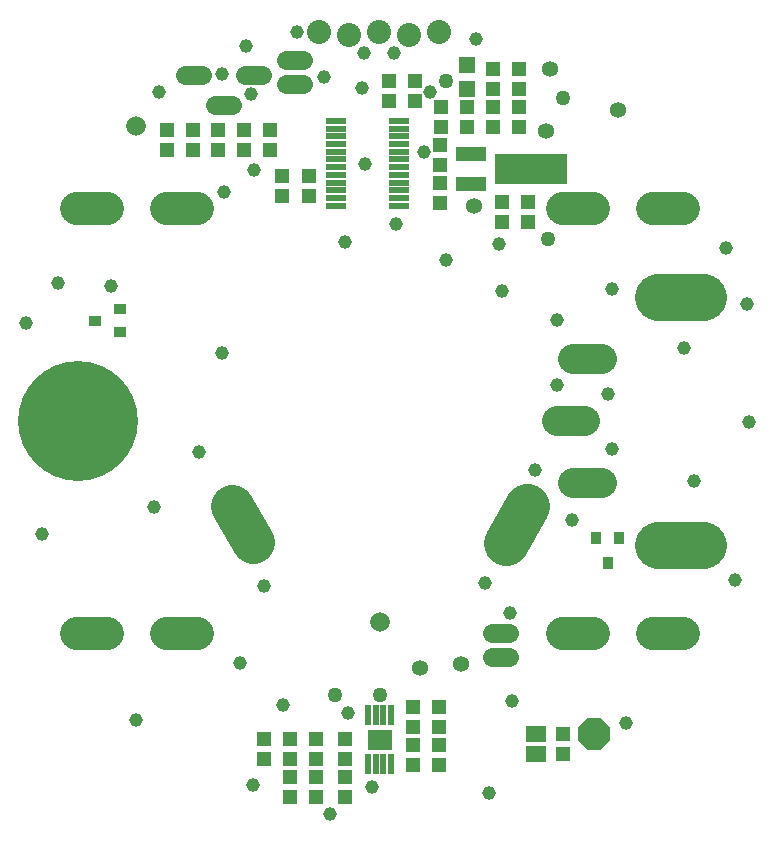
<source format=gts>
G75*
%MOIN*%
%OFA0B0*%
%FSLAX24Y24*%
%IPPOS*%
%LPD*%
%AMOC8*
5,1,8,0,0,1.08239X$1,22.5*
%
%ADD10R,0.0217X0.0690*%
%ADD11R,0.0804X0.0678*%
%ADD12R,0.0493X0.0454*%
%ADD13R,0.0454X0.0493*%
%ADD14R,0.1044X0.0454*%
%ADD15R,0.2422X0.1044*%
%ADD16C,0.3997*%
%ADD17C,0.1005*%
%ADD18C,0.1562*%
%ADD19C,0.0620*%
%ADD20C,0.1110*%
%ADD21R,0.0651X0.0572*%
%ADD22OC8,0.1060*%
%ADD23R,0.0414X0.0375*%
%ADD24C,0.1444*%
%ADD25C,0.1484*%
%ADD26R,0.0532X0.0532*%
%ADD27R,0.0375X0.0414*%
%ADD28R,0.0710X0.0217*%
%ADD29C,0.0800*%
%ADD30C,0.0536*%
%ADD31C,0.0457*%
%ADD32C,0.0654*%
%ADD33C,0.0496*%
D10*
X013576Y002503D03*
X013832Y002503D03*
X014087Y002503D03*
X014343Y002503D03*
X014343Y004156D03*
X014087Y004156D03*
X013832Y004156D03*
X013576Y004156D03*
D11*
X013960Y003330D03*
D12*
X015062Y003152D03*
X015062Y002483D03*
X015928Y002483D03*
X015928Y003152D03*
X012818Y002089D03*
X012818Y001420D03*
X020064Y002852D03*
X020064Y003522D03*
X018920Y020593D03*
X018920Y021263D03*
X018605Y025003D03*
X018605Y025672D03*
X017739Y025672D03*
X017739Y025003D03*
X010298Y023664D03*
X010298Y022995D03*
X009432Y022995D03*
X009432Y023664D03*
X008584Y023664D03*
X008584Y022995D03*
X006873Y022995D03*
X006873Y023664D03*
D13*
X007737Y023664D03*
X007737Y022995D03*
X010723Y022129D03*
X010723Y021460D03*
X011597Y021460D03*
X011597Y022129D03*
X014274Y024609D03*
X014274Y025278D03*
X015141Y025278D03*
X015141Y024609D03*
X016007Y024412D03*
X016007Y023743D03*
X015967Y023152D03*
X015967Y022483D03*
X015967Y021893D03*
X015967Y021223D03*
X018054Y021263D03*
X018054Y020593D03*
X017739Y023743D03*
X017739Y024412D03*
X016873Y024412D03*
X016873Y023743D03*
X018605Y023743D03*
X018605Y024412D03*
X015928Y004412D03*
X015928Y003743D03*
X015062Y003743D03*
X015062Y004412D03*
X012818Y003349D03*
X012818Y002680D03*
X011834Y002680D03*
X011834Y002089D03*
X011834Y001420D03*
X010967Y001420D03*
X010967Y002089D03*
X010967Y002680D03*
X010967Y003349D03*
X010101Y003349D03*
X010101Y002680D03*
X011834Y003349D03*
D14*
X016991Y021845D03*
X016991Y022845D03*
D15*
X018991Y022345D03*
D16*
X003920Y013960D03*
D17*
X019865Y013960D02*
X020810Y013960D01*
X020420Y016026D02*
X021365Y016026D01*
X021365Y011893D02*
X020420Y011893D01*
D18*
X023248Y009826D02*
X024750Y009826D01*
X024750Y018093D02*
X023248Y018093D01*
D19*
X018262Y006892D02*
X017702Y006892D01*
X017702Y006092D02*
X018262Y006092D01*
X009043Y024483D02*
X008483Y024483D01*
X008043Y025483D02*
X007483Y025483D01*
X009483Y025483D02*
X010043Y025483D01*
X010853Y025201D02*
X011413Y025201D01*
X011413Y026001D02*
X010853Y026001D01*
D20*
X007885Y021046D02*
X006835Y021046D01*
X004885Y021046D02*
X003835Y021046D01*
X003835Y006873D02*
X004885Y006873D01*
X006835Y006873D02*
X007885Y006873D01*
X020035Y006873D02*
X021085Y006873D01*
X023035Y006873D02*
X024085Y006873D01*
X024085Y021046D02*
X023035Y021046D01*
X021085Y021046D02*
X020035Y021046D01*
D21*
X019166Y003522D03*
X019166Y002852D03*
D22*
X021122Y003517D03*
D23*
X005290Y016927D03*
X005290Y017675D03*
X004463Y017301D03*
D24*
X009038Y011125D02*
X009730Y009926D01*
D25*
X018169Y009892D02*
X018881Y011125D01*
D26*
X016873Y025003D03*
X016873Y025830D03*
D27*
X021184Y010062D03*
X021932Y010062D03*
X021558Y009235D03*
D28*
X014609Y021135D03*
X014609Y021391D03*
X014609Y021647D03*
X014609Y021902D03*
X014609Y022158D03*
X014609Y022414D03*
X014609Y022670D03*
X014609Y022926D03*
X014609Y023182D03*
X014609Y023438D03*
X014609Y023694D03*
X014609Y023950D03*
X012523Y023950D03*
X012523Y023694D03*
X012523Y023438D03*
X012523Y023182D03*
X012523Y022926D03*
X012523Y022670D03*
X012523Y022414D03*
X012523Y022158D03*
X012523Y021902D03*
X012523Y021647D03*
X012523Y021391D03*
X012523Y021135D03*
D29*
X012952Y026823D03*
X011952Y026923D03*
X013952Y026923D03*
X014952Y026823D03*
X015952Y026923D03*
D30*
X019629Y025692D03*
X019511Y023605D03*
X021912Y024314D03*
X017109Y021125D03*
X016676Y005849D03*
X015298Y005731D03*
D31*
X005849Y003999D03*
X009314Y005889D03*
X010731Y004471D03*
X012897Y004235D03*
X013723Y001755D03*
X012306Y000849D03*
X009747Y001834D03*
X010101Y008448D03*
X006440Y011086D03*
X007936Y012936D03*
X008723Y016204D03*
X005023Y018448D03*
X003251Y018566D03*
X002188Y017227D03*
X008763Y021597D03*
X009786Y022306D03*
X009668Y024865D03*
X008723Y025534D03*
X009511Y026440D03*
X011204Y026912D03*
X012109Y025416D03*
X013369Y025062D03*
X013448Y026204D03*
X014432Y026204D03*
X015652Y024904D03*
X015456Y022936D03*
X013487Y022503D03*
X014511Y020534D03*
X012818Y019904D03*
X016164Y019314D03*
X017936Y019865D03*
X018054Y018290D03*
X019865Y017306D03*
X021715Y018369D03*
X024117Y016400D03*
X026204Y017857D03*
X025495Y019708D03*
X021558Y014865D03*
X019865Y015141D03*
X021715Y013015D03*
X020377Y010652D03*
X019156Y012306D03*
X017463Y008566D03*
X018290Y007542D03*
X018369Y004629D03*
X017621Y001558D03*
X022188Y003881D03*
X025810Y008645D03*
X024432Y011952D03*
X026282Y013920D03*
X017188Y026676D03*
X006597Y024904D03*
X002700Y010180D03*
D32*
X013960Y007267D03*
X005849Y023802D03*
D33*
X016184Y025278D03*
X020062Y024708D03*
X019589Y020023D03*
X013969Y004816D03*
X012483Y004816D03*
M02*

</source>
